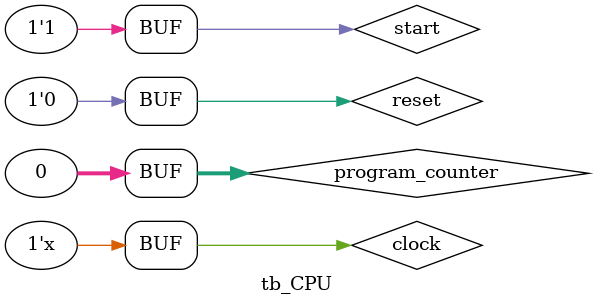
<source format=v>
`timescale 1ns / 1ns
/** @module : CPU
 *  @author : Albert Bitdiddle
 *  CPU Module Testbed
 *  Adaptive and Secure Computing Systems (ASCS) Laboratory
 */


module tb_CPU ();
reg clock, reset, start;
reg [31:0] program_counter; 


CPU cpu (
    .clock(clock),
    .reset(reset),
    .start(start),
    .program_counter(program_counter)
);    

    // In phase I, we are not implementing the instruction memory. Therefore, we manually the instruction, the register
    // in the CPU.v It is implemented as a register right now, but you will eventually want to change it to a wire and
    // drive it from instruction memory.

    // Clock generator
    always #1 clock = ~clock;

    initial begin
        clock = 0;
        reset = 1;
        start = 0;
       
         
          #10 program_counter = 32'b0;
        // Right now the regfile is empty. You can manually set the values in the regfile with something like:
        // cpu.registerFile.memory[10] = 100;
        // This will allow you to test your ALU and register file before the processor is complete.               
               
//Test Values
					cpu.my_RegisterFile.r[1] = 6;
                cpu.my_RegisterFile.r[2] = 6;

        // After 10 nanoseconds, lets set the regfile_read_sel_1 to 1, regfile_read_sel_2 to 2, AND those values,
        // and write the result to register 3.
         #10 cpu.my_Instruction_Memory.ram[0] = 32'b000100_00001_00010_0000000000000001;
         #10 cpu.my_Instruction_Memory.ram[1] = 32'b000000000000000000000000000000;
         #10 cpu.my_Instruction_Memory.ram[2] = 32'b000000_00001_00010_00001_00000_100000;
         #10 cpu.my_Instruction_Memory.ram[3] = 32'b000000_00010_00001_00011_00000_100000;  //r-type || src reg 1 || src reg 2 || dest reg || 00000 || funct field (add)
         #10 cpu.my_Instruction_Memory.ram[4] = 32'b001000_00011_00101_0000000000000001;    //addi code || source reg || dest reg || immediate
         #10 cpu.my_Instruction_Memory.ram[5] = 32'b101011_00000_00010_0000000000000001;    //sw code || first address operand alu || register that carries the value to be store || immediate add to operand to calculate dataMem addr
        
  
         // #10 cpu.instruction_Memory.ram[4] = 32'b000000_00000_00000_00000_00000_000000;
          //#10 cpu.ins_Memory.ram[5] = 32'b0000_0000_0000_0000_0000_0000_0000_0000;
          //#10 cpu.ins_Memory.ram[6] = 32'b0000_0000_0000_0000_0000_0000_0000_0000;
        //  #10 cpu.instruction_Memory.ram[5] = 32'b1000_1100_0000_0111_0000_0000_0000_0001;    //lw code || first addr opd alu || register to store value || immediate add to opd to cal dataMem addr
          //#10 cpu.ins_Memory.ram[5] = 32'b0000_0000_0000_0000_0000_0000_0000_0000;
            #10 reset = 0;
            start = 1;
                //#100 program_counter = 32'd1;
        // If you set the values of those  registers 1 and 2 to something other than 0, you should see some result in
        // register 3.

     end
    
endmodule
</source>
